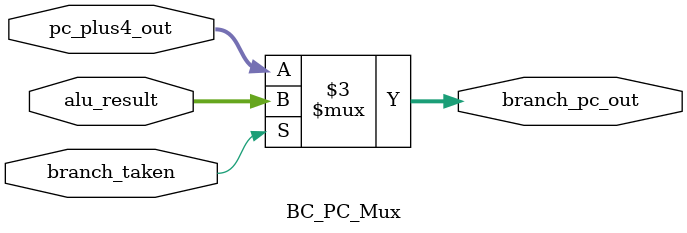
<source format=sv>
module BC_PC_Mux (alu_result, pc_plus4_out, branch_taken, branch_pc_out);
input logic [31:0] alu_result;
input logic [31:0] pc_plus4_out;
input logic branch_taken;
output logic [31:0] branch_pc_out;
always_comb
begin
        if ( branch_taken ) begin
        branch_pc_out = alu_result;
        end
        else begin
        branch_pc_out = pc_plus4_out;
        end
end
endmodule
</source>
